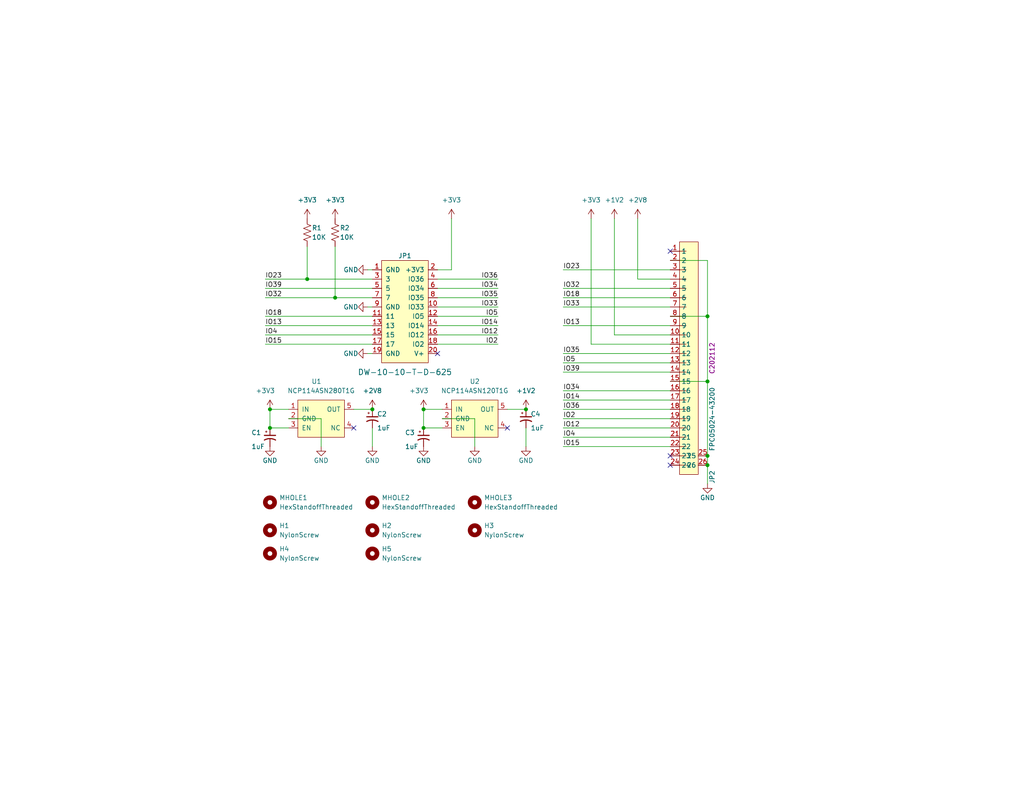
<source format=kicad_sch>
(kicad_sch (version 20211123) (generator eeschema)
  (paper "A")
  (title_block (title "wESP32 Vision OV2640 Camera Addon Board") (date "2022-05-15") (rev "1.40") (company "Hobbyist") (comment 1 "Reference product: https://wesp32.com/") (comment 2 "~") (comment 3 "OV2640 Cam connector: FPC05024-43200") (comment 4 "AISLER Project ID: BQDRELER"))
  (lib_symbols
    (symbol "+1V2_1" (power) (pin_numbers hide) (pin_names (offset 0) hide)
      (property "Value" "+1V2_1" (at 0 3.556 0))
      (symbol "+1V2_1_0_1"
        (polyline (pts (xy -0.762 1.27) (xy 0 2.54)))
        (polyline (pts (xy 0 0) (xy 0 2.54)))
        (polyline (pts (xy 0 2.54) (xy 0.762 1.27)))
      )
      (symbol "+1V2_1_1_1"
        (pin power_in line (at 0 0 90) (length 0) hide (name "+1V2") (number "1"))
      )
    )
    (symbol "+2V8_1" (power) (pin_numbers hide) (pin_names (offset 0) hide)
      (property "Value" "+2V8_1" (at 0 3.556 0))
      (symbol "+2V8_1_0_1"
        (polyline (pts (xy -0.762 1.27) (xy 0 2.54)))
        (polyline (pts (xy 0 0) (xy 0 2.54)))
        (polyline (pts (xy 0 2.54) (xy 0.762 1.27)))
      )
      (symbol "+2V8_1_1_1"
        (pin power_in line (at 0 0 90) (length 0) hide (name "+2V8") (number "1"))
      )
    )
    (symbol "Device:C_Polarized_Small_US" (pin_numbers hide) (pin_names (offset 0.254) hide)
      (property "Reference" "C" (at 0.254 1.778 0))
      (property "Value" "C_Polarized_Small_US" (at 0.254 -2.032 0))
      (symbol "C_Polarized_Small_US_0_1"
        (polyline (pts (xy -1.524 0.508) (xy 1.524 0.508)) (stroke (width 0.3048)))
        (polyline (pts (xy -1.27 1.524) (xy -0.762 1.524)))
        (polyline (pts (xy -1.016 1.27) (xy -1.016 1.778)))
        (arc (start 1.524 -0.762) (mid 0 -0.3734) (end -1.524 -0.762) (stroke (width 0.3048)))
      )
      (symbol "C_Polarized_Small_US_1_1"
        (pin passive line (at 0 2.54 270) (length 2.032) (name "~") (number "1"))
        (pin passive line (at 0 -2.54 90) (length 2.032) (name "~") (number "2"))
      )
    )
    (symbol "Device:R_US" (pin_numbers hide) (pin_names (offset 0) hide)
      (property "Reference" "R" (at 2.54 0 90))
      (property "Value" "R_US" (at -2.54 0 90))
      (symbol "R_US_0_1"
        (polyline (pts (xy 0 -2.286) (xy 0 -2.54)))
        (polyline (pts (xy 0 2.286) (xy 0 2.54)))
        (polyline (pts (xy 0 -0.762) (xy 1.016 -1.143) (xy 0 -1.524) (xy -1.016 -1.905) (xy 0 -2.286)))
        (polyline (pts (xy 0 0.762) (xy 1.016 0.381) (xy 0 0) (xy -1.016 -0.381) (xy 0 -0.762)))
        (polyline (pts (xy 0 2.286) (xy 1.016 1.905) (xy 0 1.524) (xy -1.016 1.143) (xy 0 0.762)))
      )
      (symbol "R_US_1_1"
        (pin passive line (at 0 3.81 270) (length 1.27) (name "~") (number "1"))
        (pin passive line (at 0 -3.81 90) (length 1.27) (name "~") (number "2"))
      )
    )
    (symbol "GND_2" (power) (pin_numbers hide) (pin_names (offset 0) hide)
      (property "Value" "GND_2" (at 0 -3.81 0))
      (symbol "GND_2_0_1"
        (polyline (pts (xy 0 0) (xy 0 -1.27) (xy 1.27 -1.27) (xy 0 -2.54) (xy -1.27 -1.27) (xy 0 -1.27)))
      )
      (symbol "GND_2_1_1"
        (pin power_in line (at 0 0 270) (length 0) hide (name "GND") (number "1"))
      )
    )
    (symbol "Mechanical:MountingHole" (pin_names (offset 1.016))
      (property "Reference" "H" (at 0 5.08 0))
      (property "Value" "MountingHole" (at 0 3.175 0))
      (symbol "MountingHole_0_1"
        (circle (center 0 0) (radius 1.27) (stroke (width 1.27)))
      )
    )
    (symbol "power:+1V2" (power) (pin_numbers hide) (pin_names (offset 0) hide)
      (property "Value" "+1V2" (at 0 3.556 0))
      (symbol "+1V2_0_1"
        (polyline (pts (xy -0.762 1.27) (xy 0 2.54)))
        (polyline (pts (xy 0 0) (xy 0 2.54)))
        (polyline (pts (xy 0 2.54) (xy 0.762 1.27)))
      )
      (symbol "+1V2_1_1"
        (pin power_in line (at 0 0 90) (length 0) hide (name "+1V2") (number "1"))
      )
    )
    (symbol "power:+2V8" (power) (pin_numbers hide) (pin_names (offset 0) hide)
      (property "Value" "+2V8" (at 0 3.556 0))
      (symbol "+2V8_0_1"
        (polyline (pts (xy -0.762 1.27) (xy 0 2.54)))
        (polyline (pts (xy 0 0) (xy 0 2.54)))
        (polyline (pts (xy 0 2.54) (xy 0.762 1.27)))
      )
      (symbol "+2V8_1_1"
        (pin power_in line (at 0 0 90) (length 0) hide (name "+2V8") (number "1"))
      )
    )
    (symbol "power:+3V3" (power) (pin_numbers hide) (pin_names (offset 0) hide)
      (property "Value" "+3V3" (at 0 3.556 0))
      (symbol "+3V3_0_1"
        (polyline (pts (xy -0.762 1.27) (xy 0 2.54)))
        (polyline (pts (xy 0 0) (xy 0 2.54)))
        (polyline (pts (xy 0 2.54) (xy 0.762 1.27)))
      )
      (symbol "+3V3_1_1"
        (pin power_in line (at 0 0 90) (length 0) hide (name "+3V3") (number "1"))
      )
    )
    (symbol "wESP32-Vision:FH12-24S-0.5SH(55)"
      (property "Reference" "FPC?" (at 0 34.29 0))
      (property "Value" "FH12-24S-0.5SH(55)" (at 0 -34.29 0))
      (symbol "FH12-24S-0.5SH(55)_0_1"
        (polyline (pts (xy -2.54 -29.21) (xy -0.762 -29.21)))
        (polyline (pts (xy -2.54 -26.67) (xy -0.762 -26.67)))
        (polyline (pts (xy -2.54 -24.13) (xy -0.762 -24.13)))
        (polyline (pts (xy -2.54 -21.59) (xy -0.762 -21.59)))
        (polyline (pts (xy -2.54 -19.05) (xy -0.762 -19.05)))
        (polyline (pts (xy -2.54 -16.51) (xy -0.762 -16.51)))
        (polyline (pts (xy -2.54 -13.97) (xy -0.762 -13.97)))
        (polyline (pts (xy -2.54 -11.43) (xy -0.762 -11.43)))
        (polyline (pts (xy -2.54 -8.89) (xy -0.762 -8.89)))
        (polyline (pts (xy -2.54 -6.35) (xy -0.762 -6.35)))
        (polyline (pts (xy -2.54 -3.81) (xy -0.762 -3.81)))
        (polyline (pts (xy -2.54 -1.27) (xy -0.762 -1.27)))
        (polyline (pts (xy -2.54 1.27) (xy -0.762 1.27)))
        (polyline (pts (xy -2.54 3.81) (xy -0.762 3.81)))
        (polyline (pts (xy -2.54 6.35) (xy -0.762 6.35)))
        (polyline (pts (xy -2.54 8.89) (xy -0.762 8.89)))
        (polyline (pts (xy -2.54 11.43) (xy -0.762 11.43)))
        (polyline (pts (xy -2.54 13.97) (xy -0.762 13.97)))
        (polyline (pts (xy -2.54 16.51) (xy -0.762 16.51)))
        (polyline (pts (xy -2.54 19.05) (xy -0.762 19.05)))
        (polyline (pts (xy -2.54 21.59) (xy -0.762 21.59)))
        (polyline (pts (xy -2.54 24.13) (xy -0.762 24.13)))
        (polyline (pts (xy -2.54 26.67) (xy -0.762 26.67)))
        (polyline (pts (xy -2.54 29.21) (xy -0.762 29.21)))
        (polyline (pts (xy -2.54 31.75) (xy 2.54 31.75) (xy 2.54 -31.75) (xy 0 -31.75) (xy -2.54 -31.75) (xy -2.54 31.75)) (fill (type background)))
        (pin unspecified line (at -5.08 29.21 0) (length 2.54) (name "1") (number "1"))
        (pin unspecified line (at -5.08 6.35 0) (length 2.54) (name "10") (number "10"))
        (pin unspecified line (at -5.08 3.81 0) (length 2.54) (name "11") (number "11"))
        (pin unspecified line (at -5.08 1.27 0) (length 2.54) (name "12") (number "12"))
        (pin unspecified line (at -5.08 -1.27 0) (length 2.54) (name "13") (number "13"))
        (pin unspecified line (at -5.08 -3.81 0) (length 2.54) (name "14") (number "14"))
        (pin unspecified line (at -5.08 -6.35 0) (length 2.54) (name "15") (number "15"))
        (pin unspecified line (at -5.08 -8.89 0) (length 2.54) (name "16") (number "16"))
        (pin unspecified line (at -5.08 -11.43 0) (length 2.54) (name "17") (number "17"))
        (pin unspecified line (at -5.08 -13.97 0) (length 2.54) (name "18") (number "18"))
        (pin unspecified line (at -5.08 -16.51 0) (length 2.54) (name "19") (number "19"))
        (pin unspecified line (at -5.08 26.67 0) (length 2.54) (name "2") (number "2"))
        (pin unspecified line (at -5.08 -19.05 0) (length 2.54) (name "20") (number "20"))
        (pin unspecified line (at -5.08 -21.59 0) (length 2.54) (name "21") (number "21"))
        (pin unspecified line (at -5.08 -24.13 0) (length 2.54) (name "22") (number "22"))
        (pin unspecified line (at -5.08 -26.67 0) (length 2.54) (name "23") (number "23"))
        (pin unspecified line (at -5.08 -29.21 0) (length 2.54) (name "24") (number "24"))
        (pin unspecified line (at 5.08 -26.67 180) (length 2.54) (name "25") (number "25"))
        (pin unspecified line (at 5.08 -29.21 180) (length 2.54) (name "26") (number "26"))
        (pin unspecified line (at -5.08 24.13 0) (length 2.54) (name "3") (number "3"))
        (pin unspecified line (at -5.08 21.59 0) (length 2.54) (name "4") (number "4"))
        (pin unspecified line (at -5.08 19.05 0) (length 2.54) (name "5") (number "5"))
        (pin unspecified line (at -5.08 16.51 0) (length 2.54) (name "6") (number "6"))
        (pin unspecified line (at -5.08 13.97 0) (length 2.54) (name "7") (number "7"))
        (pin unspecified line (at -5.08 11.43 0) (length 2.54) (name "8") (number "8"))
        (pin unspecified line (at -5.08 8.89 0) (length 2.54) (name "9") (number "9"))
      )
    )
    (symbol "wESP32-Vision:Header-Male-2.54_2x10" (pin_names (offset 1.016))
      (property "Reference" "JP?" (at 0 17.78 0))
      (property "Value" "Header-Male-2.54_2x10" (at 0 -15.24 0))
      (symbol "Header-Male-2.54_2x10_1_1"
        (rectangle (start -6.35 15.24) (end 6.35 -12.7) (fill (type background)))
        (pin input line (at -8.89 12.7 0) (length 2.54) (name "GND") (number "1"))
        (pin input line (at 8.89 2.54 180) (length 2.54) (name "IO33") (number "10"))
        (pin input line (at -8.89 0 0) (length 2.54) (name "11") (number "11"))
        (pin input line (at 8.89 0 180) (length 2.54) (name "IO5") (number "12"))
        (pin input line (at -8.89 -2.54 0) (length 2.54) (name "13") (number "13"))
        (pin input line (at 8.89 -2.54 180) (length 2.54) (name "IO14") (number "14"))
        (pin input line (at -8.89 -5.08 0) (length 2.54) (name "15") (number "15"))
        (pin input line (at 8.89 -5.08 180) (length 2.54) (name "IO12") (number "16"))
        (pin input line (at -8.89 -7.62 0) (length 2.54) (name "17") (number "17"))
        (pin input line (at 8.89 -7.62 180) (length 2.54) (name "IO2") (number "18"))
        (pin input line (at -8.89 -10.16 0) (length 2.54) (name "GND") (number "19"))
        (pin input line (at 8.89 12.7 180) (length 2.54) (name "+3V3") (number "2"))
        (pin input line (at 8.89 -10.16 180) (length 2.54) (name "V+") (number "20"))
        (pin input line (at -8.89 10.16 0) (length 2.54) (name "3") (number "3"))
        (pin input line (at 8.89 10.16 180) (length 2.54) (name "IO36") (number "4"))
        (pin input line (at -8.89 7.62 0) (length 2.54) (name "5") (number "5"))
        (pin input line (at 8.89 7.62 180) (length 2.54) (name "IO34") (number "6"))
        (pin input line (at -8.89 5.08 0) (length 2.54) (name "7") (number "7"))
        (pin input line (at 8.89 5.08 180) (length 2.54) (name "IO35") (number "8"))
        (pin input line (at -8.89 2.54 0) (length 2.54) (name "GND") (number "9"))
      )
    )
    (symbol "wESP32-Vision:NCP114ASN120T1G" (pin_names (offset 1.016))
      (property "Reference" "U?" (at 0 7.62 0))
      (property "Value" "NCP114ASN120T1G" (at 0 -7.62 0))
      (symbol "NCP114ASN120T1G_1_1"
        (rectangle (start -6.35 5.08) (end 6.35 -5.08) (fill (type background)))
        (pin unspecified line (at -8.89 2.54 0) (length 2.54) (name "IN") (number "1"))
        (pin unspecified line (at -8.89 0 0) (length 2.54) (name "GND") (number "2"))
        (pin unspecified line (at -8.89 -2.54 0) (length 2.54) (name "EN") (number "3"))
        (pin unspecified line (at 8.89 -2.54 180) (length 2.54) (name "NC") (number "4"))
        (pin unspecified line (at 8.89 2.54 180) (length 2.54) (name "OUT") (number "5"))
      )
    )
    (symbol "wESP32-Vision:NCP114ASN280T1G" (pin_names (offset 1.016))
      (property "Reference" "U?" (at 0 7.62 0))
      (property "Value" "NCP114ASN280T1G" (at 0 -7.62 0))
      (symbol "NCP114ASN280T1G_1_1"
        (rectangle (start -6.35 5.08) (end 6.35 -5.08) (fill (type background)))
        (pin unspecified line (at -8.89 2.54 0) (length 2.54) (name "IN") (number "1"))
        (pin unspecified line (at -8.89 0 0) (length 2.54) (name "GND") (number "2"))
        (pin unspecified line (at -8.89 -2.54 0) (length 2.54) (name "EN") (number "3"))
        (pin unspecified line (at 8.89 -2.54 180) (length 2.54) (name "NC") (number "4"))
        (pin unspecified line (at 8.89 2.54 180) (length 2.54) (name "OUT") (number "5"))
      )
    )
  )
  (junction (at 73.66 111.76))
  (junction (at 193.04 86.36))
  (junction (at 193.04 104.14))
  (junction (at 73.66 116.84))
  (junction (at 193.04 124.46))
  (junction (at 143.51 111.76))
  (junction (at 91.44 81.28))
  (junction (at 83.82 76.2))
  (junction (at 115.57 116.84))
  (junction (at 193.04 127))
  (junction (at 101.6 111.76))
  (junction (at 115.57 111.76))
  (no_connect (at 182.88 127))
  (no_connect (at 182.88 124.46))
  (no_connect (at 182.88 68.58))
  (no_connect (at 138.43 116.84))
  (no_connect (at 119.38 96.52))
  (no_connect (at 96.52 116.84))
  (wire (pts (xy 119.38 73.66) (xy 123.19 73.66)))
  (wire (pts (xy 182.88 71.12) (xy 193.04 71.12)))
  (wire (pts (xy 119.38 93.98) (xy 135.89 93.98)))
  (wire (pts (xy 138.43 111.76) (xy 143.51 111.76)))
  (wire (pts (xy 161.29 59.69) (xy 161.29 93.98)))
  (wire (pts (xy 193.04 86.36) (xy 193.04 104.14)))
  (wire (pts (xy 119.38 88.9) (xy 135.89 88.9)))
  (wire (pts (xy 161.29 93.98) (xy 182.88 93.98)))
  (wire (pts (xy 153.67 73.66) (xy 182.88 73.66)))
  (wire (pts (xy 91.44 81.28) (xy 101.6 81.28)))
  (wire (pts (xy 193.04 124.46) (xy 193.04 127)))
  (wire (pts (xy 72.39 86.36) (xy 101.6 86.36)))
  (wire (pts (xy 100.33 83.82) (xy 101.6 83.82)))
  (wire (pts (xy 182.88 86.36) (xy 193.04 86.36)))
  (wire (pts (xy 73.66 111.76) (xy 73.66 116.84)))
  (wire (pts (xy 153.67 119.38) (xy 182.88 119.38)))
  (wire (pts (xy 153.67 78.74) (xy 182.88 78.74)))
  (wire (pts (xy 72.39 78.74) (xy 101.6 78.74)))
  (wire (pts (xy 119.38 83.82) (xy 135.89 83.82)))
  (wire (pts (xy 123.19 59.69) (xy 123.19 73.66)))
  (wire (pts (xy 153.67 121.92) (xy 182.88 121.92)))
  (wire (pts (xy 167.64 91.44) (xy 182.88 91.44)))
  (wire (pts (xy 91.44 67.31) (xy 91.44 81.28)))
  (wire (pts (xy 153.67 96.52) (xy 182.88 96.52)))
  (wire (pts (xy 143.51 121.92) (xy 143.51 116.84)))
  (wire (pts (xy 193.04 127) (xy 193.04 132.08)))
  (wire (pts (xy 153.67 106.68) (xy 182.88 106.68)))
  (wire (pts (xy 78.74 114.3) (xy 87.63 114.3)))
  (wire (pts (xy 153.67 81.28) (xy 182.88 81.28)))
  (wire (pts (xy 129.54 114.3) (xy 129.54 121.92)))
  (wire (pts (xy 119.38 76.2) (xy 135.89 76.2)))
  (wire (pts (xy 120.65 114.3) (xy 129.54 114.3)))
  (wire (pts (xy 83.82 76.2) (xy 101.6 76.2)))
  (wire (pts (xy 167.64 91.44) (xy 167.64 59.69)))
  (wire (pts (xy 173.99 59.69) (xy 173.99 76.2)))
  (wire (pts (xy 173.99 76.2) (xy 182.88 76.2)))
  (wire (pts (xy 119.38 86.36) (xy 135.89 86.36)))
  (wire (pts (xy 115.57 116.84) (xy 120.65 116.84)))
  (wire (pts (xy 153.67 109.22) (xy 182.88 109.22)))
  (wire (pts (xy 153.67 99.06) (xy 182.88 99.06)))
  (wire (pts (xy 119.38 81.28) (xy 135.89 81.28)))
  (wire (pts (xy 72.39 76.2) (xy 83.82 76.2)))
  (wire (pts (xy 193.04 71.12) (xy 193.04 86.36)))
  (wire (pts (xy 115.57 111.76) (xy 115.57 116.84)))
  (wire (pts (xy 153.67 111.76) (xy 182.88 111.76)))
  (wire (pts (xy 72.39 81.28) (xy 91.44 81.28)))
  (wire (pts (xy 78.74 116.84) (xy 73.66 116.84)))
  (wire (pts (xy 182.88 104.14) (xy 193.04 104.14)))
  (wire (pts (xy 153.67 101.6) (xy 182.88 101.6)))
  (wire (pts (xy 193.04 104.14) (xy 193.04 124.46)))
  (wire (pts (xy 153.67 88.9) (xy 182.88 88.9)))
  (wire (pts (xy 119.38 91.44) (xy 135.89 91.44)))
  (wire (pts (xy 101.6 121.92) (xy 101.6 116.84)))
  (wire (pts (xy 153.67 116.84) (xy 182.88 116.84)))
  (wire (pts (xy 115.57 111.76) (xy 120.65 111.76)))
  (wire (pts (xy 119.38 78.74) (xy 135.89 78.74)))
  (wire (pts (xy 153.67 114.3) (xy 182.88 114.3)))
  (wire (pts (xy 100.33 73.66) (xy 101.6 73.66)))
  (wire (pts (xy 100.33 96.52) (xy 101.6 96.52)))
  (wire (pts (xy 78.74 111.76) (xy 73.66 111.76)))
  (wire (pts (xy 72.39 88.9) (xy 101.6 88.9)))
  (wire (pts (xy 83.82 67.31) (xy 83.82 76.2)))
  (wire (pts (xy 87.63 114.3) (xy 87.63 121.92)))
  (wire (pts (xy 72.39 93.98) (xy 101.6 93.98)))
  (wire (pts (xy 72.39 91.44) (xy 101.6 91.44)))
  (wire (pts (xy 96.52 111.76) (xy 101.6 111.76)))
  (wire (pts (xy 153.67 83.82) (xy 182.88 83.82)))
  (label "IO36" (at 153.67 111.76 0))
  (label "IO39" (at 153.67 101.6 0))
  (label "IO23" (at 153.67 73.66 0))
  (label "IO32" (at 72.39 81.28 0))
  (label "IO14" (at 135.89 88.9 180))
  (label "IO23" (at 72.39 76.2 0))
  (label "IO18" (at 72.39 86.36 0))
  (label "IO39" (at 72.39 78.74 0))
  (label "IO34" (at 153.67 106.68 0))
  (label "IO2" (at 135.89 93.98 180))
  (label "IO35" (at 135.89 81.28 180))
  (label "IO13" (at 153.67 88.9 0))
  (label "IO12" (at 135.89 91.44 180))
  (label "IO2" (at 153.67 114.3 0))
  (label "IO5" (at 153.67 99.06 0))
  (label "IO36" (at 135.89 76.2 180))
  (label "IO4" (at 72.39 91.44 0))
  (label "IO12" (at 153.67 116.84 0))
  (label "IO4" (at 153.67 119.38 0))
  (label "IO14" (at 153.67 109.22 0))
  (label "IO15" (at 72.39 93.98 0))
  (label "IO32" (at 153.67 78.74 0))
  (label "IO5" (at 135.89 86.36 180))
  (label "IO33" (at 153.67 83.82 0))
  (label "IO18" (at 153.67 81.28 0))
  (label "IO15" (at 153.67 121.92 0))
  (label "IO13" (at 72.39 88.9 0))
  (label "IO34" (at 135.89 78.74 180))
  (label "IO33" (at 135.89 83.82 180))
  (label "IO35" (at 153.67 96.52 0))
  (symbol (lib_name "GND_2") (lib_id "power:GND") (at 193.04 132.08 0) (unit 1)
    (property "Reference" "#PWR0102" (effects hide))
    (property "Value" "GND" (at 193.04 135.89 0))
  )
  (symbol (lib_name "GND_2") (lib_id "power:GND") (at 129.54 121.92 0) (unit 1)
    (property "Reference" "#PWR0123" (effects hide))
    (property "Value" "GND" (at 129.54 125.73 0))
  )
  (symbol (lib_name "GND_2") (lib_id "power:GND") (at 101.6 121.92 0) (unit 1)
    (property "Reference" "#PWR0115" (effects hide))
    (property "Value" "GND" (at 101.6 125.73 0))
  )
  (symbol (lib_id "Mechanical:MountingHole") (at 101.6 151.13 0) (unit 1)
    (property "Reference" "H5" (at 104.14 149.8599 0) (effects (justify left)))
    (property "Value" "NylonScrew" (at 104.14 152.3999 0) (effects (justify left)))
    (property "Footprint" "wESP32-Vision:Screw" (effects hide))
    (property "Datasheet" "https://mm.digikey.com/Volume0/opasdata/d220001/medias/docus/5657/010440WF025.pdf" (effects hide))
    (property "Description" "FILLISTER PHILLIPS SCREW 4-40 TH" (effects hide))
    (property "Digi-Key_PN" "RPC7726-ND" (effects hide))
    (property "MPN" "010440WF025" (effects hide))
    (property "Manufacturer" "Essentra Components" (effects hide))
  )
  (symbol (lib_id "Device:C_Polarized_Small_US") (at 115.57 119.38 0) (unit 1)
    (property "Reference" "C3" (at 110.49 118.11 0) (effects (justify left)))
    (property "Value" "1uF" (at 110.49 121.92 0) (effects (justify left)))
    (property "Footprint" "Capacitor_SMD:C_0603_1608Metric" (effects hide))
    (property "Datasheet" "https://mm.digikey.com/Volume0/opasdata/d220001/medias/docus/658/CL10A105KB8NNNC_Spec.pdf" (effects hide))
    (property "Description" "CAP CER 1UF 50V X5R 0603" (effects hide))
    (property "Digi-Key_PN" "1276-1860-1-ND" (effects hide))
    (property "MPN" "CL10A105KB8NNNC" (effects hide))
    (property "Manufacturer" "Samsung Electro-Mechanics" (effects hide))
    (property "LCSC" "C15849" (effects hide))
  )
  (symbol (lib_id "wESP32-Vision:Header-Male-2.54_2x10") (at 110.49 86.36 0) (unit 1)
    (property "Reference" "JP1" (at 110.49 69.85 0))
    (property "Value" "DW-10-10-T-D-625" (at 110.49 101.6 0) (effects (font (size 1.524 1.524))))
    (property "Footprint" "wESP32-Vision:SAMTEC_DW-10-XX-X-D-XXX" (effects hide))
    (property "Datasheet" "https://suddendocs.samtec.com/catalog_english/zw_th.pdf" (effects hide))
    (property "LCSC" "C62032" (effects hide))
    (property "Description" "CONN HDR 20POS 0.1 STACK T/H TIN" (effects hide))
    (property "Digi-Key_PN" "612-DW-10-10-T-D-625-ND" (effects hide))
    (property "MPN" "DW-10-10-T-D-625" (effects hide))
    (property "Manufacturer" "Samtec Inc." (effects hide))
  )
  (symbol (lib_id "power:+3V3") (at 83.82 59.69 0) (unit 1)
    (property "Reference" "#PWR0109" (effects hide))
    (property "Value" "+3V3" (at 83.82 54.61 0))
  )
  (symbol (lib_id "Mechanical:MountingHole") (at 73.66 144.78 0) (unit 1)
    (property "Reference" "H1" (at 76.2 143.5099 0) (effects (justify left)))
    (property "Value" "NylonScrew" (at 76.2 146.0499 0) (effects (justify left)))
    (property "Footprint" "wESP32-Vision:Screw" (effects hide))
    (property "Datasheet" "https://mm.digikey.com/Volume0/opasdata/d220001/medias/docus/5657/010440WF025.pdf" (effects hide))
    (property "Description" "FILLISTER PHILLIPS SCREW 4-40 TH" (effects hide))
    (property "Digi-Key_PN" "RPC7726-ND" (effects hide))
    (property "MPN" "010440WF025" (effects hide))
    (property "Manufacturer" "Essentra Components" (effects hide))
  )
  (symbol (lib_id "Device:C_Polarized_Small_US") (at 143.51 114.3 0) (unit 1)
    (property "Reference" "C4" (at 144.78 113.03 0) (effects (justify left)))
    (property "Value" "1uF" (at 144.78 116.84 0) (effects (justify left)))
    (property "Footprint" "Capacitor_SMD:C_0603_1608Metric" (effects hide))
    (property "Datasheet" "https://mm.digikey.com/Volume0/opasdata/d220001/medias/docus/658/CL10A105KB8NNNC_Spec.pdf" (effects hide))
    (property "Description" "CAP CER 1UF 50V X5R 0603" (effects hide))
    (property "Digi-Key_PN" "1276-1860-1-ND" (effects hide))
    (property "MPN" "CL10A105KB8NNNC" (effects hide))
    (property "Manufacturer" "Samsung Electro-Mechanics" (effects hide))
    (property "LCSC" "C15849" (effects hide))
  )
  (symbol (lib_id "Device:C_Polarized_Small_US") (at 73.66 119.38 0) (unit 1)
    (property "Reference" "C1" (at 68.58 118.11 0) (effects (justify left)))
    (property "Value" "1uF" (at 68.58 121.92 0) (effects (justify left)))
    (property "Footprint" "Capacitor_SMD:C_0603_1608Metric" (effects hide))
    (property "Datasheet" "https://mm.digikey.com/Volume0/opasdata/d220001/medias/docus/658/CL10A105KB8NNNC_Spec.pdf" (effects hide))
    (property "Description" "CAP CER 1UF 50V X5R 0603" (effects hide))
    (property "Digi-Key_PN" "1276-1860-1-ND" (effects hide))
    (property "MPN" "CL10A105KB8NNNC" (effects hide))
    (property "Manufacturer" "Samsung Electro-Mechanics" (effects hide))
    (property "LCSC" "C15849" (effects hide))
  )
  (symbol (lib_name "GND_2") (lib_id "power:GND") (at 73.66 121.92 0) (unit 1)
    (property "Reference" "#PWR0114" (effects hide))
    (property "Value" "GND" (at 73.66 125.73 0))
  )
  (symbol (lib_id "power:+2V8") (at 173.99 59.69 0) (unit 1)
    (property "Reference" "#PWR0104" (effects hide))
    (property "Value" "+2V8" (at 173.99 54.61 0))
  )
  (symbol (lib_id "Device:R_US") (at 83.82 63.5 0) (unit 1)
    (property "Reference" "R1" (at 85.09 62.23 0) (effects (justify left)))
    (property "Value" "10K" (at 85.09 64.77 0) (effects (justify left)))
    (property "Footprint" "Resistor_SMD:R_0603_1608Metric" (effects hide))
    (property "Datasheet" "https://api.pim.na.industrial.panasonic.com/file_stream/main/fileversion/4484" (effects hide))
    (property "Description" "RES 10K OHM 1% 1/4W 0603" (effects hide))
    (property "Digi-Key_PN" "10-ERJ-UP3F1002VCT-ND" (effects hide))
    (property "LCSC" "C491211" (effects hide))
    (property "MPN" "ERJ-UP3F1002V" (effects hide))
    (property "Manufacturer" "Panasonic Electronic Components" (effects hide))
  )
  (symbol (lib_id "Mechanical:MountingHole") (at 101.6 137.16 0) (unit 1)
    (property "Reference" "MHOLE2" (at 104.14 135.8899 0) (effects (justify left)))
    (property "Value" "HexStandoffThreaded" (at 104.14 138.4299 0) (effects (justify left)))
    (property "Footprint" "wESP32-Vision:MountingHole_3mm" (effects hide))
    (property "Datasheet" "https://www.keyelco.com/userAssets/file/M65p75.pdf" (effects hide))
    (property "Description" "HEX STANDOFF #4-40 NYLON 5/8\"" (effects hide))
    (property "Digi-Key_PN" "36-1902F-ND" (effects hide))
    (property "MPN" "1902F" (effects hide))
    (property "Manufacturer" "Keystone Electronics" (effects hide))
  )
  (symbol (lib_id "power:+3V3") (at 115.57 111.76 0) (unit 1)
    (property "Reference" "#PWR0116" (effects hide))
    (property "Value" "+3V3" (at 114.3 106.68 0))
  )
  (symbol (lib_name "+1V2_1") (lib_id "power:+1V2") (at 143.51 111.76 0) (unit 1)
    (property "Reference" "#PWR0117" (effects hide))
    (property "Value" "+1V2" (at 143.51 106.68 0))
  )
  (symbol (lib_name "GND_2") (lib_id "power:GND") (at 87.63 121.92 0) (unit 1)
    (property "Reference" "#PWR0124" (effects hide))
    (property "Value" "GND" (at 87.63 125.73 0))
  )
  (symbol (lib_id "power:+3V3") (at 91.44 59.69 0) (unit 1)
    (property "Reference" "#PWR0108" (effects hide))
    (property "Value" "+3V3" (at 91.44 54.61 0))
  )
  (symbol (lib_id "wESP32-Vision:NCP114ASN120T1G") (at 129.54 114.3 0) (unit 1)
    (property "Reference" "U2" (at 129.54 104.14 0))
    (property "Value" "NCP114ASN120T1G" (at 129.54 106.68 0))
    (property "Footprint" "wESP32-Vision:TSOP-5_L3.0-W1.5-P0.95-LS2.8-BL" (effects hide))
    (property "Datasheet" "https://www.onsemi.com/pdf/datasheet/ncp114-d.pdf" (effects hide))
    (property "Manufacturer" "ON Semiconductor" (effects hide))
    (property "LCSC" "C512862" (effects hide))
    (property "Description" "IC REG LINEAR 1.2V 300MA 5TSOP" (effects hide))
    (property "Digi-Key_PN" "NCP114ASN120T1GOSCT-ND" (effects hide))
    (property "MPN" "NCP114ASN120T1G" (effects hide))
  )
  (symbol (lib_id "Mechanical:MountingHole") (at 101.6 144.78 0) (unit 1)
    (property "Reference" "H2" (at 104.14 143.5099 0) (effects (justify left)))
    (property "Value" "NylonScrew" (at 104.14 146.0499 0) (effects (justify left)))
    (property "Footprint" "wESP32-Vision:Screw" (effects hide))
    (property "Datasheet" "https://mm.digikey.com/Volume0/opasdata/d220001/medias/docus/5657/010440WF025.pdf" (effects hide))
    (property "Description" "FILLISTER PHILLIPS SCREW 4-40 TH" (effects hide))
    (property "Digi-Key_PN" "RPC7726-ND" (effects hide))
    (property "MPN" "010440WF025" (effects hide))
    (property "Manufacturer" "Essentra Components" (effects hide))
  )
  (symbol (lib_id "wESP32-Vision:FH12-24S-0.5SH(55)") (at 187.96 97.79 0) (unit 1)
    (property "Reference" "JP2" (at 194.31 132.08 90) (effects (justify left)))
    (property "Value" "FPC05024-43200" (at 194.31 123.19 90) (effects (justify left)))
    (property "Footprint" "wESP32-Vision:FPC-SMD_FH12-24S-0.5SH-55" (effects hide))
    (property "Datasheet" "https://www.hirose.com/product/document?clcode=&productname=&series=FH12&documenttype=Catalog&lang=en&documentid=D31648_en" (effects hide))
    (property "Description" "CONN FFC BOTTOM 24POS 0.5MM R/A" (effects hide))
    (property "Digi-Key_PN" "HFJ124CT-ND" (effects hide))
    (property "LCSC" "C202112" (at 194.31 97.79 90))
    (property "MPN" "FH12-24S-0.5SH(55)" (effects hide))
    (property "Manufacturer" "Hirose Electric Co Ltd" (effects hide))
  )
  (symbol (lib_id "Mechanical:MountingHole") (at 129.54 137.16 0) (unit 1)
    (property "Reference" "MHOLE3" (at 132.08 135.8899 0) (effects (justify left)))
    (property "Value" "HexStandoffThreaded" (at 132.08 138.4299 0) (effects (justify left)))
    (property "Footprint" "wESP32-Vision:MountingHole_3mm" (effects hide))
    (property "Datasheet" "https://www.keyelco.com/userAssets/file/M65p75.pdf" (effects hide))
    (property "Description" "HEX STANDOFF #4-40 NYLON 5/8\"" (effects hide))
    (property "Digi-Key_PN" "36-1902F-ND" (effects hide))
    (property "MPN" "1902F" (effects hide))
    (property "Manufacturer" "Keystone Electronics" (effects hide))
  )
  (symbol (lib_name "GND_2") (lib_id "power:GND") (at 115.57 121.92 0) (unit 1)
    (property "Reference" "#PWR0118" (effects hide))
    (property "Value" "GND" (at 115.57 125.73 0))
  )
  (symbol (lib_name "GND_2") (lib_id "power:GND") (at 143.51 121.92 0) (unit 1)
    (property "Reference" "#PWR0112" (effects hide))
    (property "Value" "GND" (at 143.51 125.73 0))
  )
  (symbol (lib_id "Mechanical:MountingHole") (at 129.54 144.78 0) (unit 1)
    (property "Reference" "H3" (at 132.08 143.5099 0) (effects (justify left)))
    (property "Value" "NylonScrew" (at 132.08 146.0499 0) (effects (justify left)))
    (property "Footprint" "wESP32-Vision:Screw" (effects hide))
    (property "Datasheet" "https://mm.digikey.com/Volume0/opasdata/d220001/medias/docus/5657/010440WF025.pdf" (effects hide))
    (property "Description" "FILLISTER PHILLIPS SCREW 4-40 TH" (effects hide))
    (property "Digi-Key_PN" "RPC7726-ND" (effects hide))
    (property "MPN" "010440WF025" (effects hide))
    (property "Manufacturer" "Essentra Components" (effects hide))
  )
  (symbol (lib_name "+2V8_1") (lib_id "power:+2V8") (at 101.6 111.76 0) (unit 1)
    (property "Reference" "#PWR0113" (effects hide))
    (property "Value" "+2V8" (at 101.6 106.68 0))
  )
  (symbol (lib_name "GND_2") (lib_id "power:GND") (at 100.33 83.82 270) (unit 1)
    (property "Reference" "#PWR0119" (effects hide))
    (property "Value" "GND" (at 97.79 83.82 90) (effects (justify right)))
  )
  (symbol (lib_id "Device:C_Polarized_Small_US") (at 101.6 114.3 0) (unit 1)
    (property "Reference" "C2" (at 102.87 113.03 0) (effects (justify left)))
    (property "Value" "1uF" (at 102.87 116.84 0) (effects (justify left)))
    (property "Footprint" "Capacitor_SMD:C_0603_1608Metric" (effects hide))
    (property "Datasheet" "https://mm.digikey.com/Volume0/opasdata/d220001/medias/docus/658/CL10A105KB8NNNC_Spec.pdf" (effects hide))
    (property "Description" "CAP CER 1UF 50V X5R 0603" (effects hide))
    (property "Digi-Key_PN" "1276-1860-1-ND" (effects hide))
    (property "MPN" "CL10A105KB8NNNC" (effects hide))
    (property "Manufacturer" "Samsung Electro-Mechanics" (effects hide))
    (property "LCSC" "C15849" (effects hide))
  )
  (symbol (lib_id "power:+3V3") (at 73.66 111.76 0) (unit 1)
    (property "Reference" "#PWR0111" (effects hide))
    (property "Value" "+3V3" (at 72.39 106.68 0))
  )
  (symbol (lib_id "power:+1V2") (at 167.64 59.69 0) (unit 1)
    (property "Reference" "#PWR0105" (effects hide))
    (property "Value" "+1V2" (at 167.64 54.61 0))
  )
  (symbol (lib_id "Device:R_US") (at 91.44 63.5 0) (unit 1)
    (property "Reference" "R2" (at 92.71 62.23 0) (effects (justify left)))
    (property "Value" "10K" (at 92.71 64.77 0) (effects (justify left)))
    (property "Footprint" "Resistor_SMD:R_0603_1608Metric" (effects hide))
    (property "Datasheet" "https://api.pim.na.industrial.panasonic.com/file_stream/main/fileversion/4484" (effects hide))
    (property "Description" "RES 10K OHM 1% 1/4W 0603" (effects hide))
    (property "Digi-Key_PN" "10-ERJ-UP3F1002VCT-ND" (effects hide))
    (property "LCSC" "C491211" (effects hide))
    (property "MPN" "ERJ-UP3F1002V" (effects hide))
    (property "Manufacturer" "Panasonic Electronic Components" (effects hide))
  )
  (symbol (lib_id "power:+3V3") (at 161.29 59.69 0) (unit 1)
    (property "Reference" "#PWR0107" (effects hide))
    (property "Value" "+3V3" (at 161.29 54.61 0))
  )
  (symbol (lib_name "GND_2") (lib_id "power:GND") (at 100.33 73.66 270) (unit 1)
    (property "Reference" "#PWR0103" (effects hide))
    (property "Value" "GND" (at 97.79 73.66 90) (effects (justify right)))
  )
  (symbol (lib_id "Mechanical:MountingHole") (at 73.66 137.16 0) (unit 1)
    (property "Reference" "MHOLE1" (at 76.2 135.8899 0) (effects (justify left)))
    (property "Value" "HexStandoffThreaded" (at 76.2 138.4299 0) (effects (justify left)))
    (property "Footprint" "wESP32-Vision:MountingHole_3mm" (effects hide))
    (property "Datasheet" "https://www.keyelco.com/userAssets/file/M65p75.pdf" (effects hide))
    (property "Description" "HEX STANDOFF #4-40 NYLON 5/8\"" (effects hide))
    (property "Digi-Key_PN" "36-1902F-ND" (effects hide))
    (property "MPN" "1902F" (effects hide))
    (property "Manufacturer" "Keystone Electronics" (effects hide))
  )
  (symbol (lib_id "wESP32-Vision:NCP114ASN280T1G") (at 87.63 114.3 0) (unit 1)
    (property "Reference" "U1" (at 86.36 104.14 0))
    (property "Value" "NCP114ASN280T1G" (at 87.63 106.68 0))
    (property "Footprint" "wESP32-Vision:TSOP-5_L3.0-W1.5-P0.95-LS2.8-BL" (effects hide))
    (property "Datasheet" "https://www.onsemi.com/pdf/datasheet/ncp114-d.pdf" (effects hide))
    (property "Manufacturer" "ON Semiconductor" (effects hide))
    (property "LCSC" "C504890" (effects hide))
    (property "Description" "IC REG LINEAR 2.8V 300MA 5TSOP" (effects hide))
    (property "Digi-Key_PN" "NCP114ASN280T1GOSCT-ND" (effects hide))
    (property "MPN" "NCP114ASN280T1G" (effects hide))
  )
  (symbol (lib_id "power:+3V3") (at 123.19 59.69 0) (unit 1)
    (property "Reference" "#PWR0110" (effects hide))
    (property "Value" "+3V3" (at 123.19 54.61 0))
  )
  (symbol (lib_name "GND_2") (lib_id "power:GND") (at 100.33 96.52 270) (unit 1)
    (property "Reference" "#PWR0106" (effects hide))
    (property "Value" "GND" (at 97.79 96.52 90) (effects (justify right)))
  )
  (symbol (lib_id "Mechanical:MountingHole") (at 73.66 151.13 0) (unit 1)
    (property "Reference" "H4" (at 76.2 149.8599 0) (effects (justify left)))
    (property "Value" "NylonScrew" (at 76.2 152.3999 0) (effects (justify left)))
    (property "Footprint" "wESP32-Vision:Screw" (effects hide))
    (property "Datasheet" "https://mm.digikey.com/Volume0/opasdata/d220001/medias/docus/5657/010440WF025.pdf" (effects hide))
    (property "Description" "FILLISTER PHILLIPS SCREW 4-40 TH" (effects hide))
    (property "Digi-Key_PN" "RPC7726-ND" (effects hide))
    (property "MPN" "010440WF025" (effects hide))
    (property "Manufacturer" "Essentra Components" (effects hide))
  )
)
</source>
